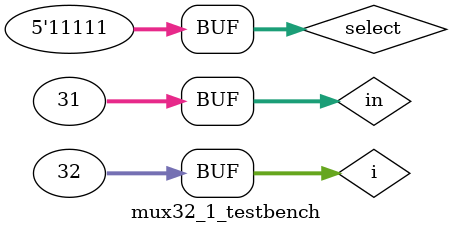
<source format=sv>

`timescale 1ps / 1ps
module multiplexor32to1(in, out, select);
	input logic [31:0] in;
	input logic [4:0] select;
	output logic out;
	
	logic[1:0] outputs;
	
	multiplexor16to1 m1 (in[15:0], outputs[0], select[3:0]);
	multiplexor16to1 m2 (in[31:16], outputs[1], select[3:0]);
	multiplexor2to1 m3 (outputs, out, select[4]);
endmodule

module mux32_1_testbench();     
  logic [31:0]  in;  
  logic [4:0] select;
  logic  out;      
       
  mux32_1 dut (in, out, select);      
     
  integer i;   
  initial begin   
    for(i=0; i<32; i++) begin   
      in[31:0]= i; select[4:0] = i; #10;
    end   
  end   
endmodule  
</source>
